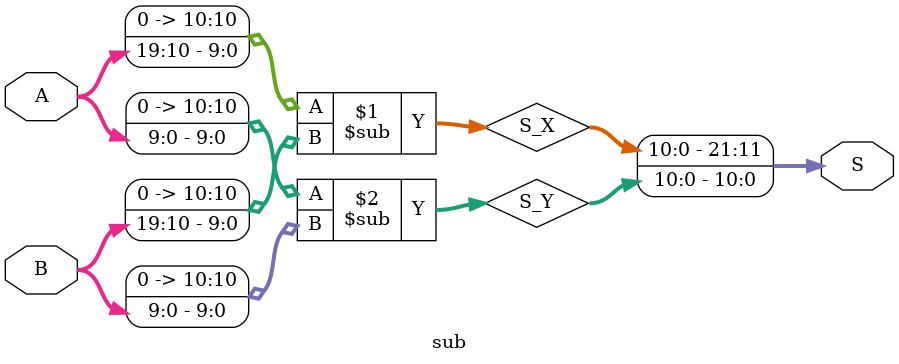
<source format=v>
module cross_product (AX, AY, BX, BY, cloclwise);
input	[10:0]	AX, AY, BX, BY;
output			cloclwise;//cloclwise = 1...A cross B 指向裡面

wire	[9:0]	new_AX, new_AY, new_BX, new_BY;
wire	[19:0]	m1, m2;

reg				cloclwise;

assign new_AX = (AX[10])? ~AX[9:0] + 10'd1 : AX[9:0];
assign new_BX = (BX[10])? ~BX[9:0] + 10'd1 : BX[9:0];
assign new_AY = (AY[10])? ~AY[9:0] + 10'd1 : AY[9:0];
assign new_BY = (BY[10])? ~BY[9:0] + 10'd1 : BY[9:0];

assign m1 = new_AX * new_BY;
assign m2 = new_BX * new_AY;

always @ (*)
	case ({AX[10] ^ BY[10], AY[10] ^ BX[10]})
		2'b00: cloclwise = (m1 < m2);
		2'b01: cloclwise = 0;
		2'b10: cloclwise = 1;
		2'b11: cloclwise = (m1 > m2);
	endcase


endmodule

///////////////////////////////////////////////////////////////////////////
module multiplier(A, B, m);
input  	[10:0] 	A, B;
output 	[21:0] 	m;

wire	[9:0]	new_A, new_B;
wire	[19:0]	new_m;

assign new_A = (A[10])? ~A[9:0] + 10'd1 : A[9:0];
assign new_B = (B[10])? ~B[9:0] + 10'd1 : B[9:0];

assign new_m = new_A * new_B;

assign m[21] 	= A[10]^B[10];
assign m[20:0]	= (m[21])? ~{1'b0, new_m} + 21'd1 : {1'b0, new_m};

endmodule
///////////////////////////////////////////////////////////////////////////
module sub (A, B, S);
input	[19:0]	A, B;
output	[21:0]	S;

wire	[10:0]	S_X, S_Y;

assign S = {S_X, S_Y};

assign S_X = {1'b0, A[19:10]} - {1'b0, B[19:10]};
assign S_Y = {1'b0, A[9:0]}   - {1'b0, B[9:0]};

endmodule
</source>
